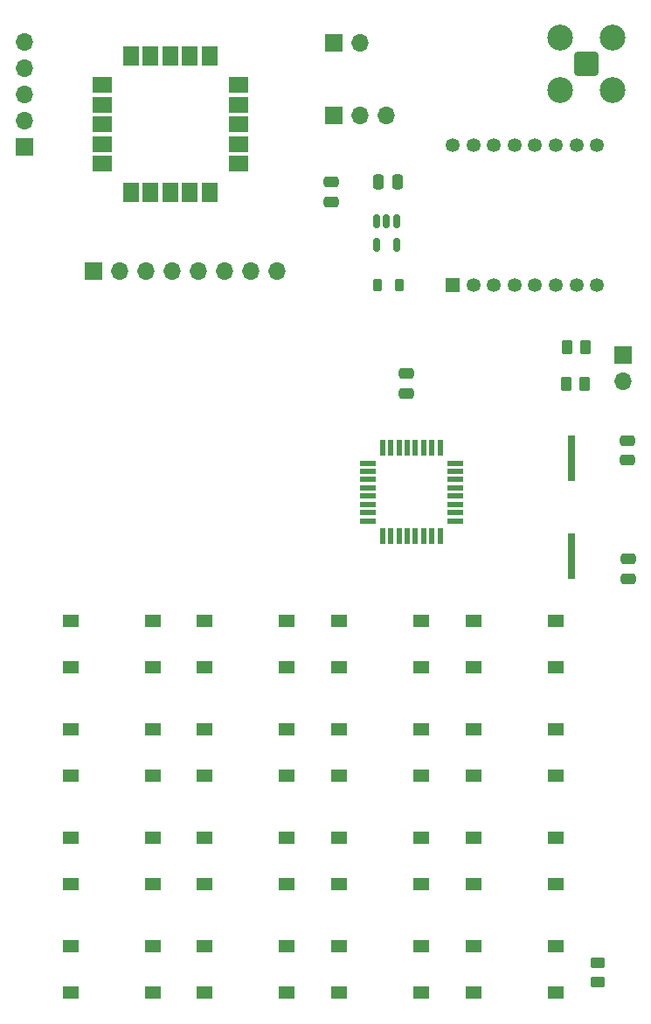
<source format=gts>
%TF.GenerationSoftware,KiCad,Pcbnew,8.0.0*%
%TF.CreationDate,2024-03-05T15:49:07-06:00*%
%TF.ProjectId,handheld_tracker,68616e64-6865-46c6-945f-747261636b65,rev?*%
%TF.SameCoordinates,Original*%
%TF.FileFunction,Soldermask,Top*%
%TF.FilePolarity,Negative*%
%FSLAX46Y46*%
G04 Gerber Fmt 4.6, Leading zero omitted, Abs format (unit mm)*
G04 Created by KiCad (PCBNEW 8.0.0) date 2024-03-05 15:49:07*
%MOMM*%
%LPD*%
G01*
G04 APERTURE LIST*
G04 Aperture macros list*
%AMRoundRect*
0 Rectangle with rounded corners*
0 $1 Rounding radius*
0 $2 $3 $4 $5 $6 $7 $8 $9 X,Y pos of 4 corners*
0 Add a 4 corners polygon primitive as box body*
4,1,4,$2,$3,$4,$5,$6,$7,$8,$9,$2,$3,0*
0 Add four circle primitives for the rounded corners*
1,1,$1+$1,$2,$3*
1,1,$1+$1,$4,$5*
1,1,$1+$1,$6,$7*
1,1,$1+$1,$8,$9*
0 Add four rect primitives between the rounded corners*
20,1,$1+$1,$2,$3,$4,$5,0*
20,1,$1+$1,$4,$5,$6,$7,0*
20,1,$1+$1,$6,$7,$8,$9,0*
20,1,$1+$1,$8,$9,$2,$3,0*%
G04 Aperture macros list end*
%ADD10R,1.700000X1.700000*%
%ADD11O,1.700000X1.700000*%
%ADD12R,1.550000X1.300000*%
%ADD13RoundRect,0.250000X0.250000X0.475000X-0.250000X0.475000X-0.250000X-0.475000X0.250000X-0.475000X0*%
%ADD14RoundRect,0.000001X0.900000X0.750000X-0.900000X0.750000X-0.900000X-0.750000X0.900000X-0.750000X0*%
%ADD15RoundRect,0.000001X0.750000X0.900000X-0.750000X0.900000X-0.750000X-0.900000X0.750000X-0.900000X0*%
%ADD16RoundRect,0.250000X-0.475000X0.250000X-0.475000X-0.250000X0.475000X-0.250000X0.475000X0.250000X0*%
%ADD17R,0.550000X1.600000*%
%ADD18R,1.600000X0.550000*%
%ADD19RoundRect,0.250000X0.475000X-0.250000X0.475000X0.250000X-0.475000X0.250000X-0.475000X-0.250000X0*%
%ADD20RoundRect,0.200100X-0.949900X-0.949900X0.949900X-0.949900X0.949900X0.949900X-0.949900X0.949900X0*%
%ADD21C,2.500000*%
%ADD22RoundRect,0.150000X-0.150000X0.512500X-0.150000X-0.512500X0.150000X-0.512500X0.150000X0.512500X0*%
%ADD23RoundRect,0.250000X-0.262500X-0.450000X0.262500X-0.450000X0.262500X0.450000X-0.262500X0.450000X0*%
%ADD24R,0.762000X4.419600*%
%ADD25R,1.350000X1.350000*%
%ADD26C,1.350000*%
%ADD27RoundRect,0.218750X0.218750X0.381250X-0.218750X0.381250X-0.218750X-0.381250X0.218750X-0.381250X0*%
%ADD28RoundRect,0.250000X-0.450000X0.262500X-0.450000X-0.262500X0.450000X-0.262500X0.450000X0.262500X0*%
G04 APERTURE END LIST*
D10*
%TO.C,J5*%
X139500000Y-56000000D03*
D11*
X142040000Y-56000000D03*
X144580000Y-56000000D03*
%TD*%
D10*
%TO.C,J4*%
X109500000Y-59075000D03*
D11*
X109500000Y-56535000D03*
X109500000Y-53995000D03*
X109500000Y-51455000D03*
X109500000Y-48915000D03*
%TD*%
D12*
%TO.C,SW8*%
X126960000Y-126000000D03*
X134920000Y-126000000D03*
X126960000Y-130500000D03*
X134920000Y-130500000D03*
%TD*%
D13*
%TO.C,C4*%
X145675000Y-62450000D03*
X143775000Y-62450000D03*
%TD*%
D14*
%TO.C,U1*%
X130250000Y-60700000D03*
X130250000Y-58800000D03*
X130250000Y-56900000D03*
X130250000Y-55000000D03*
X130250000Y-53100000D03*
D15*
X127450000Y-50300000D03*
X125550000Y-50300000D03*
X123650000Y-50300000D03*
X121750000Y-50300000D03*
X119850000Y-50300000D03*
D14*
X117050000Y-53100000D03*
X117050000Y-55000000D03*
X117050000Y-56900000D03*
X117050000Y-58800000D03*
X117050000Y-60700000D03*
D15*
X119850000Y-63500000D03*
X121750000Y-63500000D03*
X123650000Y-63500000D03*
X125550000Y-63500000D03*
X127450000Y-63500000D03*
%TD*%
D16*
%TO.C,C2*%
X168000000Y-99000000D03*
X168000000Y-100900000D03*
%TD*%
D17*
%TO.C,U3*%
X144200000Y-96750000D03*
X145000000Y-96750000D03*
X145800000Y-96750000D03*
X146600000Y-96750000D03*
X147400000Y-96750000D03*
X148200000Y-96750000D03*
X149000000Y-96750000D03*
X149800000Y-96750000D03*
D18*
X151250000Y-95300000D03*
X151250000Y-94500000D03*
X151250000Y-93700000D03*
X151250000Y-92900000D03*
X151250000Y-92100000D03*
X151250000Y-91300000D03*
X151250000Y-90500000D03*
X151250000Y-89700000D03*
D17*
X149800000Y-88250000D03*
X149000000Y-88250000D03*
X148200000Y-88250000D03*
X147400000Y-88250000D03*
X146600000Y-88250000D03*
X145800000Y-88250000D03*
X145000000Y-88250000D03*
X144200000Y-88250000D03*
D18*
X142750000Y-89700000D03*
X142750000Y-90500000D03*
X142750000Y-91300000D03*
X142750000Y-92100000D03*
X142750000Y-92900000D03*
X142750000Y-93700000D03*
X142750000Y-94500000D03*
X142750000Y-95300000D03*
%TD*%
D12*
%TO.C,SW1*%
X114000000Y-105000000D03*
X121960000Y-105000000D03*
X114000000Y-109500000D03*
X121960000Y-109500000D03*
%TD*%
D19*
%TO.C,C3*%
X167950000Y-89400000D03*
X167950000Y-87500000D03*
%TD*%
D20*
%TO.C,AE1*%
X163960000Y-51040000D03*
D21*
X161420000Y-48500000D03*
X161420000Y-53580000D03*
X166500000Y-48500000D03*
X166500000Y-53580000D03*
%TD*%
D12*
%TO.C,SW_DOT1*%
X114000000Y-136500000D03*
X121960000Y-136500000D03*
X114000000Y-141000000D03*
X121960000Y-141000000D03*
%TD*%
%TO.C,SW3*%
X140000000Y-105000000D03*
X147960000Y-105000000D03*
X140000000Y-109500000D03*
X147960000Y-109500000D03*
%TD*%
D22*
%TO.C,U4*%
X145550000Y-66312500D03*
X144600000Y-66312500D03*
X143650000Y-66312500D03*
X143650000Y-68587500D03*
X145550000Y-68587500D03*
%TD*%
D12*
%TO.C,SW_ENTER1*%
X140000000Y-136500000D03*
X147960000Y-136500000D03*
X140000000Y-141000000D03*
X147960000Y-141000000D03*
%TD*%
D10*
%TO.C,J2*%
X167500000Y-79225000D03*
D11*
X167500000Y-81765000D03*
%TD*%
D23*
%TO.C,R2*%
X162087500Y-78500000D03*
X163912500Y-78500000D03*
%TD*%
D12*
%TO.C,SW_DOWN1*%
X153020000Y-126000000D03*
X160980000Y-126000000D03*
X153020000Y-130500000D03*
X160980000Y-130500000D03*
%TD*%
%TO.C,SW7*%
X114000000Y-126000000D03*
X121960000Y-126000000D03*
X114000000Y-130500000D03*
X121960000Y-130500000D03*
%TD*%
D10*
%TO.C,J1*%
X116225000Y-71100000D03*
D11*
X118765000Y-71100000D03*
X121305000Y-71100000D03*
X123845000Y-71100000D03*
X126385000Y-71100000D03*
X128925000Y-71100000D03*
X131465000Y-71100000D03*
X134005000Y-71100000D03*
%TD*%
D16*
%TO.C,C1*%
X146500000Y-81050000D03*
X146500000Y-82950000D03*
%TD*%
D12*
%TO.C,SW9*%
X140000000Y-126000000D03*
X147960000Y-126000000D03*
X140000000Y-130500000D03*
X147960000Y-130500000D03*
%TD*%
%TO.C,SW0*%
X127000000Y-136500000D03*
X134960000Y-136500000D03*
X127000000Y-141000000D03*
X134960000Y-141000000D03*
%TD*%
%TO.C,SW_RESET1*%
X153040000Y-136500000D03*
X161000000Y-136500000D03*
X153040000Y-141000000D03*
X161000000Y-141000000D03*
%TD*%
%TO.C,SW4*%
X114000000Y-115500000D03*
X121960000Y-115500000D03*
X114000000Y-120000000D03*
X121960000Y-120000000D03*
%TD*%
D24*
%TO.C,Y1*%
X162500000Y-89250200D03*
X162500000Y-98749800D03*
%TD*%
D19*
%TO.C,C5*%
X139275000Y-64400000D03*
X139275000Y-62500000D03*
%TD*%
D12*
%TO.C,SW2*%
X127000000Y-105000000D03*
X134960000Y-105000000D03*
X127000000Y-109500000D03*
X134960000Y-109500000D03*
%TD*%
%TO.C,SW6*%
X139960000Y-115500000D03*
X147920000Y-115500000D03*
X139960000Y-120000000D03*
X147920000Y-120000000D03*
%TD*%
D23*
%TO.C,R1*%
X162000000Y-82000000D03*
X163825000Y-82000000D03*
%TD*%
D10*
%TO.C,J3*%
X139485000Y-49000000D03*
D11*
X142025000Y-49000000D03*
%TD*%
D12*
%TO.C,SW_UP1*%
X153020000Y-115500000D03*
X160980000Y-115500000D03*
X153020000Y-120000000D03*
X160980000Y-120000000D03*
%TD*%
D25*
%TO.C,U2*%
X151000000Y-72500000D03*
D26*
X153000000Y-72500000D03*
X155000000Y-72500000D03*
X157000000Y-72500000D03*
X159000000Y-72500000D03*
X161000000Y-72500000D03*
X163000000Y-72500000D03*
X165000000Y-72500000D03*
X165000000Y-58900000D03*
X163000000Y-58900000D03*
X161000000Y-58900000D03*
X159000000Y-58900000D03*
X157000000Y-58900000D03*
X155000000Y-58900000D03*
X153000000Y-58900000D03*
X151000000Y-58900000D03*
%TD*%
D12*
%TO.C,SW_MENU1*%
X153040000Y-105000000D03*
X161000000Y-105000000D03*
X153040000Y-109500000D03*
X161000000Y-109500000D03*
%TD*%
%TO.C,SW5*%
X127000000Y-115500000D03*
X134960000Y-115500000D03*
X127000000Y-120000000D03*
X134960000Y-120000000D03*
%TD*%
D27*
%TO.C,L1*%
X145837500Y-72450000D03*
X143712500Y-72450000D03*
%TD*%
D28*
%TO.C,R3*%
X165087500Y-138087500D03*
X165087500Y-139912500D03*
%TD*%
M02*

</source>
